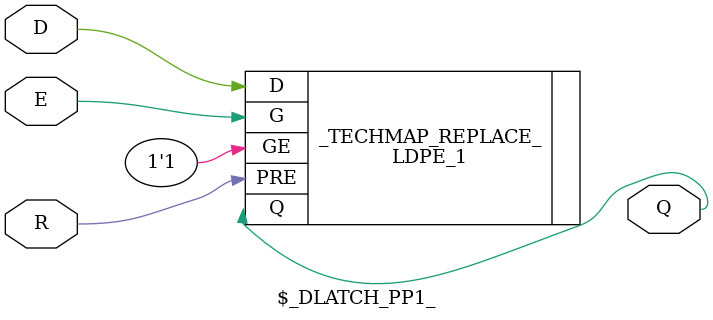
<source format=v>

/* I/O cells */

module OBUFE (input I, input E, output O);
	wire T;

	INV   _TECHMAP_REPLACE_.inv  (.I(E), .O(T));
	OBUFT _TECHMAP_REPLACE_.obuf (.I(I), .T(T), .O(O));
endmodule

module IOBUFE (input I, input E, output O, inout IO);
	wire T;

	INV   _TECHMAP_REPLACE_.inv  (.I(E), .O(T));
	OBUFT _TECHMAP_REPLACE_.obuf (.I(I), .T(T), .O(IO));
	IBUF  _TECHMAP_REPLACE_.ibuf (.I(IO), .O(O));
endmodule

/* Flip flops and latches */

// The dfflibmap command does not currently support mapping memory cells with an
// enable input, so these have to be declared here rather than in spartanxl.lib.
module \$_DFFE_PP0P_ (input D, input C, input R, input E, output Q);
	FDCE _TECHMAP_REPLACE_ (.D(D), .C(C), .CLR(R), .CE(E), .Q(Q));
endmodule

module \$_DFFE_PP1P_ (input D, input C, input R, input E, output Q);
	FDPE _TECHMAP_REPLACE_ (.D(D), .C(C), .PRE(R), .CE(E), .Q(Q));
endmodule

module \$_DLATCH_PP0_ (input E, input R, input D, output Q);
	LDCE_1 _TECHMAP_REPLACE_ (.D(D), .G(E), .CLR(R), .GE(1'b1), .Q(Q));
endmodule

module \$_DLATCH_PP1_ (input E, input R, input D, output Q);
	LDPE_1 _TECHMAP_REPLACE_ (.D(D), .G(E), .PRE(R), .GE(1'b1), .Q(Q));
endmodule

</source>
